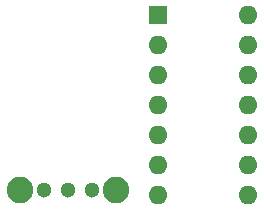
<source format=gbr>
%TF.GenerationSoftware,KiCad,Pcbnew,6.0.9+dfsg-1~bpo11+1*%
%TF.CreationDate,2023-01-21T22:29:26-05:00*%
%TF.ProjectId,cc-19-badge,63632d31-392d-4626-9164-67652e6b6963,rev?*%
%TF.SameCoordinates,Original*%
%TF.FileFunction,Copper,L2,Bot*%
%TF.FilePolarity,Positive*%
%FSLAX46Y46*%
G04 Gerber Fmt 4.6, Leading zero omitted, Abs format (unit mm)*
G04 Created by KiCad (PCBNEW 6.0.9+dfsg-1~bpo11+1) date 2023-01-21 22:29:26*
%MOMM*%
%LPD*%
G01*
G04 APERTURE LIST*
%TA.AperFunction,ComponentPad*%
%ADD10C,1.300000*%
%TD*%
%TA.AperFunction,ComponentPad*%
%ADD11C,2.250000*%
%TD*%
%TA.AperFunction,ComponentPad*%
%ADD12R,1.600000X1.600000*%
%TD*%
%TA.AperFunction,ComponentPad*%
%ADD13O,1.600000X1.600000*%
%TD*%
G04 APERTURE END LIST*
D10*
%TO.P,S1,1,1*%
%TO.N,+3.3V*%
X105442000Y-126111000D03*
%TO.P,S1,2,2*%
%TO.N,Net-(S1-Pad2)*%
X107442000Y-126111000D03*
%TO.P,S1,3,3*%
%TO.N,unconnected-(S1-Pad3)*%
X109442000Y-126111000D03*
D11*
%TO.P,S1,4*%
%TO.N,N/C*%
X103342000Y-126111000D03*
%TO.P,S1,5*%
X111542000Y-126111000D03*
%TD*%
D12*
%TO.P,U1,1,VCC*%
%TO.N,Net-(S1-Pad2)*%
X115062000Y-111252000D03*
D13*
%TO.P,U1,2,XTAL1/PB0*%
%TO.N,unconnected-(U1-Pad2)*%
X115062000Y-113792000D03*
%TO.P,U1,3,XTAL2/PB1*%
%TO.N,unconnected-(U1-Pad3)*%
X115062000Y-116332000D03*
%TO.P,U1,4,~{RESET}/PB3*%
%TO.N,unconnected-(U1-Pad4)*%
X115062000Y-118872000D03*
%TO.P,U1,5,PB2*%
%TO.N,unconnected-(U1-Pad5)*%
X115062000Y-121412000D03*
%TO.P,U1,6,PA7*%
%TO.N,unconnected-(U1-Pad6)*%
X115062000Y-123952000D03*
%TO.P,U1,7,PA6*%
%TO.N,unconnected-(U1-Pad7)*%
X115062000Y-126492000D03*
%TO.P,U1,8,PA5*%
%TO.N,unconnected-(U1-Pad8)*%
X122682000Y-126492000D03*
%TO.P,U1,9,PA4*%
%TO.N,unconnected-(U1-Pad9)*%
X122682000Y-123952000D03*
%TO.P,U1,10,PA3*%
%TO.N,unconnected-(U1-Pad10)*%
X122682000Y-121412000D03*
%TO.P,U1,11,PA2*%
%TO.N,unconnected-(U1-Pad11)*%
X122682000Y-118872000D03*
%TO.P,U1,12,PA1*%
%TO.N,unconnected-(U1-Pad12)*%
X122682000Y-116332000D03*
%TO.P,U1,13,AREF/PA0*%
%TO.N,unconnected-(U1-Pad13)*%
X122682000Y-113792000D03*
%TO.P,U1,14,GND*%
%TO.N,GND*%
X122682000Y-111252000D03*
%TD*%
M02*

</source>
